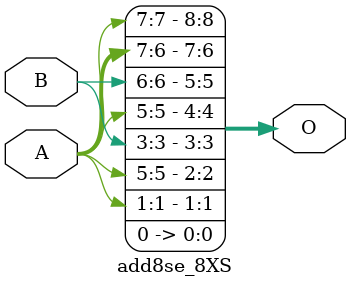
<source format=v>

/***
* This code is a part of EvoApproxLib library (ehw.fit.vutbr.cz/approxlib) distributed under The MIT License.
* When used, please cite the following article(s): V. Mrazek, L. Sekanina, Z. Vasicek "Libraries of Approximate Circuits: Automated Design and Application in CNN Accelerators" IEEE Journal on Emerging and Selected Topics in Circuits and Systems, Vol 10, No 4, 2020 
* This file contains a circuit from a sub-set of pareto optimal circuits with respect to the pwr and mse parameters
***/
// MAE% = 25.00 %
// MAE = 64 
// WCE% = 50.00 %
// WCE = 128 
// WCRE% = 9700.00 %
// EP% = 99.95 %
// MRE% = 249.36 %
// MSE = 4798 
// PDK45_PWR = 0.000 mW
// PDK45_AREA = 0.0 um2
// PDK45_DELAY = 0.00 ns

module add8se_8XS (
    A,
    B,
    O
);

input [7:0] A;
input [7:0] B;
output [8:0] O;
assign O[8] = A[7];
assign O[7] = A[7];
assign O[6] = A[6];
assign O[5] = B[6];
assign O[4] = A[5];
assign O[3] = B[3];
assign O[2] = A[5];
assign O[1] = A[1];
assign O[0] = 1'b0;

endmodule



</source>
